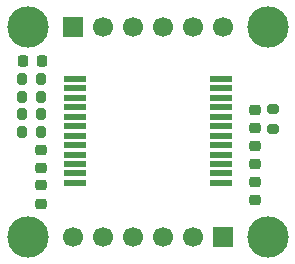
<source format=gbr>
%TF.GenerationSoftware,KiCad,Pcbnew,9.0.2*%
%TF.CreationDate,2025-06-17T22:54:35-04:00*%
%TF.ProjectId,SCH16TBreakout,53434831-3654-4427-9265-616b6f75742e,rev?*%
%TF.SameCoordinates,Original*%
%TF.FileFunction,Soldermask,Top*%
%TF.FilePolarity,Negative*%
%FSLAX46Y46*%
G04 Gerber Fmt 4.6, Leading zero omitted, Abs format (unit mm)*
G04 Created by KiCad (PCBNEW 9.0.2) date 2025-06-17 22:54:35*
%MOMM*%
%LPD*%
G01*
G04 APERTURE LIST*
G04 Aperture macros list*
%AMRoundRect*
0 Rectangle with rounded corners*
0 $1 Rounding radius*
0 $2 $3 $4 $5 $6 $7 $8 $9 X,Y pos of 4 corners*
0 Add a 4 corners polygon primitive as box body*
4,1,4,$2,$3,$4,$5,$6,$7,$8,$9,$2,$3,0*
0 Add four circle primitives for the rounded corners*
1,1,$1+$1,$2,$3*
1,1,$1+$1,$4,$5*
1,1,$1+$1,$6,$7*
1,1,$1+$1,$8,$9*
0 Add four rect primitives between the rounded corners*
20,1,$1+$1,$2,$3,$4,$5,0*
20,1,$1+$1,$4,$5,$6,$7,0*
20,1,$1+$1,$6,$7,$8,$9,0*
20,1,$1+$1,$8,$9,$2,$3,0*%
G04 Aperture macros list end*
%ADD10RoundRect,0.200000X-0.200000X-0.275000X0.200000X-0.275000X0.200000X0.275000X-0.200000X0.275000X0*%
%ADD11RoundRect,0.200000X0.200000X0.275000X-0.200000X0.275000X-0.200000X-0.275000X0.200000X-0.275000X0*%
%ADD12C,3.500000*%
%ADD13R,1.700000X1.700000*%
%ADD14C,1.700000*%
%ADD15RoundRect,0.225000X-0.250000X0.225000X-0.250000X-0.225000X0.250000X-0.225000X0.250000X0.225000X0*%
%ADD16RoundRect,0.200000X0.275000X-0.200000X0.275000X0.200000X-0.275000X0.200000X-0.275000X-0.200000X0*%
%ADD17RoundRect,0.225000X0.250000X-0.225000X0.250000X0.225000X-0.250000X0.225000X-0.250000X-0.225000X0*%
%ADD18RoundRect,0.218750X-0.218750X-0.256250X0.218750X-0.256250X0.218750X0.256250X-0.218750X0.256250X0*%
%ADD19R,1.870000X0.500000*%
G04 APERTURE END LIST*
D10*
%TO.C,R5*%
X24900000Y-55200000D03*
X26550000Y-55200000D03*
%TD*%
D11*
%TO.C,R4*%
X26550000Y-56700000D03*
X24900000Y-56700000D03*
%TD*%
D12*
%TO.C,H3*%
X45720000Y-50800000D03*
%TD*%
%TO.C,H2*%
X45720000Y-68580000D03*
%TD*%
D10*
%TO.C,R2*%
X24900000Y-59700000D03*
X26550000Y-59700000D03*
%TD*%
D13*
%TO.C,J1*%
X29210000Y-50800000D03*
D14*
X31750000Y-50800000D03*
X34289999Y-50800000D03*
X36830000Y-50800000D03*
X39370000Y-50800000D03*
X41910000Y-50800000D03*
%TD*%
D13*
%TO.C,J2*%
X41910000Y-68580000D03*
D14*
X39370000Y-68580000D03*
X36830001Y-68580000D03*
X34290000Y-68580000D03*
X31750000Y-68580000D03*
X29210000Y-68580000D03*
%TD*%
D11*
%TO.C,R3*%
X26550000Y-58200000D03*
X24900000Y-58200000D03*
%TD*%
D15*
%TO.C,C4*%
X44610000Y-63925000D03*
X44610000Y-65475000D03*
%TD*%
D16*
%TO.C,R1*%
X46200000Y-59425000D03*
X46200000Y-57775000D03*
%TD*%
D12*
%TO.C,H1*%
X25400000Y-68580000D03*
%TD*%
D17*
%TO.C,C3*%
X44610000Y-59375000D03*
X44610000Y-57825000D03*
%TD*%
D18*
%TO.C,D1*%
X25000000Y-53700000D03*
X26575000Y-53700000D03*
%TD*%
D15*
%TO.C,C5*%
X26500000Y-64200000D03*
X26500000Y-65750000D03*
%TD*%
D12*
%TO.C,H4*%
X25400000Y-50800000D03*
%TD*%
D15*
%TO.C,C2*%
X26500000Y-61175000D03*
X26500000Y-62725000D03*
%TD*%
D19*
%TO.C,U1*%
X29445000Y-55200000D03*
X29445000Y-56000000D03*
X29445000Y-56800000D03*
X29445000Y-57600000D03*
X29445000Y-58400000D03*
X29445000Y-59200000D03*
X29445000Y-60000000D03*
X29445000Y-60800000D03*
X29445000Y-61600000D03*
X29445000Y-62400000D03*
X29445000Y-63200000D03*
X29445000Y-64000000D03*
X41775000Y-64000000D03*
X41775000Y-63200000D03*
X41775000Y-62400000D03*
X41775000Y-61600000D03*
X41775000Y-60800000D03*
X41775000Y-60000000D03*
X41775000Y-59200000D03*
X41775000Y-58400000D03*
X41775000Y-57600000D03*
X41775000Y-56800000D03*
X41775000Y-56000000D03*
X41775000Y-55200000D03*
%TD*%
D15*
%TO.C,C1*%
X44610000Y-60850000D03*
X44610000Y-62400000D03*
%TD*%
M02*

</source>
